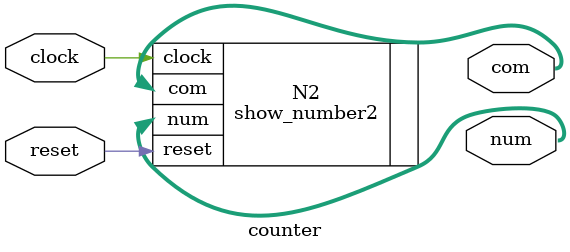
<source format=v>
module counter(clock,reset,num,com);

input clock,reset;
output [7:0] num;
output [3:0] com;

//show_number N1 (.clock(clock),.reset(reset),.num(num),.com(com));
show_number2 N2 (.clock(clock),.reset(reset),.num(num),.com(com));

endmodule

</source>
